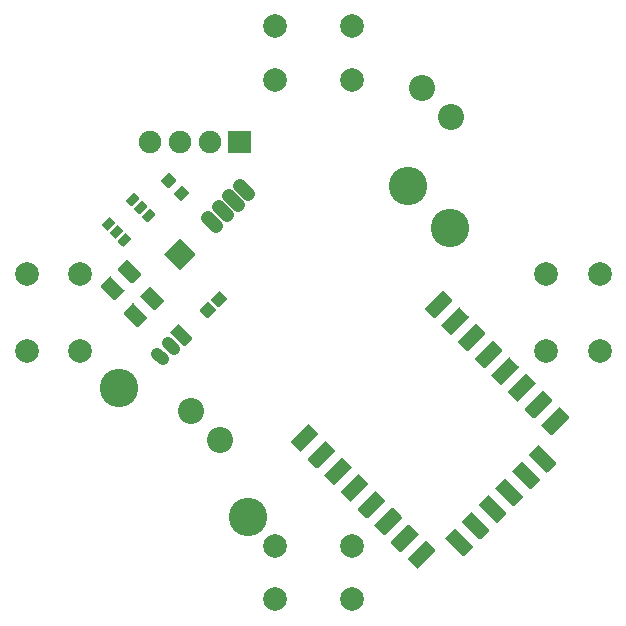
<source format=gts>
G04 Layer: TopSolderMaskLayer*
G04 EasyEDA v6.5.5, 2022-05-12 22:16:57*
G04 08c4366467794e2483e8b99e1b790a1a,62a2711f98894334b0c9608ef6a587eb,10*
G04 Gerber Generator version 0.2*
G04 Scale: 100 percent, Rotated: No, Reflected: No *
G04 Dimensions in millimeters *
G04 leading zeros omitted , absolute positions ,4 integer and 5 decimal *
%FSLAX45Y45*%
%MOMM*%

%ADD33C,1.1783*%
%ADD34C,1.0016*%
%ADD36C,2.0032*%
%ADD40C,1.9032*%
%ADD43C,3.2512*%
%ADD44C,3.2532*%
%ADD45C,2.2032*%

%LPD*%
D33*
X-819152Y737516D02*
G01*
X-888083Y806447D01*
X-729338Y827331D02*
G01*
X-798268Y896261D01*
X-639523Y917120D02*
G01*
X-708454Y986050D01*
X-549734Y1006934D02*
G01*
X-618665Y1075865D01*
D34*
X-1231249Y-254650D02*
G01*
X-1181750Y-304149D01*
X-1321038Y-344464D02*
G01*
X-1271539Y-393964D01*
G36*
X-1224457Y1055921D02*
G01*
X-1225981Y1056429D01*
X-1227251Y1057445D01*
X-1227328Y1057402D01*
X-1284223Y1114552D01*
X-1284279Y1114473D01*
X-1285295Y1115743D01*
X-1285803Y1117267D01*
X-1285803Y1118791D01*
X-1285295Y1120315D01*
X-1284279Y1121585D01*
X-1284223Y1121663D01*
X-1223263Y1182623D01*
X-1223185Y1182679D01*
X-1221915Y1183695D01*
X-1220391Y1184203D01*
X-1218867Y1184203D01*
X-1217343Y1183695D01*
X-1216073Y1182679D01*
X-1216152Y1182623D01*
X-1159002Y1125728D01*
X-1159045Y1125651D01*
X-1158029Y1124381D01*
X-1157521Y1122857D01*
X-1157521Y1121333D01*
X-1158029Y1119809D01*
X-1159002Y1118615D01*
X-1220215Y1057402D01*
X-1220139Y1057445D01*
X-1221409Y1056429D01*
X-1222933Y1055921D01*
G37*
G36*
X-1117932Y949396D02*
G01*
X-1119456Y949904D01*
X-1120726Y950920D01*
X-1120647Y950976D01*
X-1177797Y1007871D01*
X-1177754Y1007948D01*
X-1178770Y1009218D01*
X-1179278Y1010742D01*
X-1179278Y1012266D01*
X-1178770Y1013790D01*
X-1177754Y1015060D01*
X-1177797Y1014984D01*
X-1116584Y1076197D01*
X-1116660Y1076154D01*
X-1115390Y1077170D01*
X-1113866Y1077678D01*
X-1112342Y1077678D01*
X-1110818Y1077170D01*
X-1109548Y1076154D01*
X-1109471Y1076197D01*
X-1052576Y1019047D01*
X-1052520Y1019126D01*
X-1051504Y1017856D01*
X-1050996Y1016332D01*
X-1050996Y1014808D01*
X-1051504Y1013284D01*
X-1052520Y1012014D01*
X-1052576Y1011936D01*
X-1113536Y950976D01*
X-1113614Y950920D01*
X-1114884Y949904D01*
X-1116408Y949396D01*
G37*
D36*
G01*
X324993Y-2424988D03*
G01*
X-324993Y-2424988D03*
G01*
X324993Y-1975002D03*
G01*
X-324993Y-1975002D03*
G01*
X-2424988Y-324993D03*
G01*
X-2424988Y324993D03*
G01*
X-1975002Y-324993D03*
G01*
X-1975002Y324993D03*
G01*
X-324993Y2424988D03*
G01*
X324993Y2424988D03*
G01*
X-324993Y1975002D03*
G01*
X324993Y1975002D03*
G01*
X1975027Y-324993D03*
G01*
X1975027Y324993D03*
G01*
X2425014Y-324993D03*
G01*
X2425014Y324993D03*
G36*
X-1538663Y900452D02*
G01*
X-1541711Y901468D01*
X-1544251Y903500D01*
X-1544320Y903478D01*
X-1580387Y939545D01*
X-1580349Y939601D01*
X-1582381Y942141D01*
X-1583397Y945189D01*
X-1583397Y948237D01*
X-1582381Y951285D01*
X-1580349Y953825D01*
X-1580387Y954023D01*
X-1523745Y1010412D01*
X-1523776Y1010401D01*
X-1521236Y1012433D01*
X-1518188Y1013449D01*
X-1515140Y1013449D01*
X-1512092Y1012433D01*
X-1509552Y1010401D01*
X-1509521Y1010412D01*
X-1473454Y974344D01*
X-1473451Y974300D01*
X-1471419Y971760D01*
X-1470403Y968712D01*
X-1470403Y965664D01*
X-1471419Y962616D01*
X-1473451Y960076D01*
X-1473454Y960120D01*
X-1529842Y903478D01*
X-1530027Y903500D01*
X-1532567Y901468D01*
X-1535615Y900452D01*
G37*
G36*
X-1471485Y833277D02*
G01*
X-1474533Y834293D01*
X-1477073Y836325D01*
X-1477263Y836168D01*
X-1513331Y872236D01*
X-1513174Y872426D01*
X-1515206Y874966D01*
X-1516222Y878014D01*
X-1516222Y881062D01*
X-1515206Y884110D01*
X-1513174Y886650D01*
X-1513331Y886713D01*
X-1456689Y943355D01*
X-1456598Y943223D01*
X-1454058Y945255D01*
X-1451010Y946271D01*
X-1447962Y946271D01*
X-1444914Y945255D01*
X-1442374Y943223D01*
X-1442212Y943355D01*
X-1406144Y907287D01*
X-1406276Y907125D01*
X-1404244Y904585D01*
X-1403228Y901537D01*
X-1403228Y898489D01*
X-1404244Y895441D01*
X-1406276Y892901D01*
X-1406144Y892810D01*
X-1462786Y836168D01*
X-1462849Y836325D01*
X-1465389Y834293D01*
X-1468437Y833277D01*
G37*
G36*
X-1404310Y766102D02*
G01*
X-1407358Y767118D01*
X-1409898Y769150D01*
X-1409954Y769112D01*
X-1446021Y805179D01*
X-1445999Y805248D01*
X-1448031Y807788D01*
X-1449047Y810836D01*
X-1449047Y813884D01*
X-1448031Y816932D01*
X-1445999Y819472D01*
X-1446021Y819657D01*
X-1389379Y876045D01*
X-1389423Y876048D01*
X-1386883Y878080D01*
X-1383835Y879096D01*
X-1380787Y879096D01*
X-1377739Y878080D01*
X-1375199Y876048D01*
X-1375155Y876045D01*
X-1339087Y839978D01*
X-1339098Y839947D01*
X-1337066Y837407D01*
X-1336050Y834359D01*
X-1336050Y831311D01*
X-1337066Y828263D01*
X-1339087Y825754D01*
X-1395476Y769112D01*
X-1395674Y769150D01*
X-1398214Y767118D01*
X-1401262Y766102D01*
G37*
G36*
X-1743412Y695703D02*
G01*
X-1746460Y696719D01*
X-1749000Y698751D01*
X-1749044Y698754D01*
X-1785112Y734821D01*
X-1785101Y734852D01*
X-1787133Y737392D01*
X-1788149Y740440D01*
X-1788149Y743488D01*
X-1787133Y746536D01*
X-1785101Y749076D01*
X-1785112Y749045D01*
X-1728723Y805687D01*
X-1728525Y805649D01*
X-1725985Y807681D01*
X-1722937Y808697D01*
X-1719889Y808697D01*
X-1716841Y807681D01*
X-1714301Y805649D01*
X-1714245Y805687D01*
X-1678178Y769620D01*
X-1678200Y769551D01*
X-1676168Y767011D01*
X-1675152Y763963D01*
X-1675152Y760915D01*
X-1676168Y757867D01*
X-1678200Y755327D01*
X-1678178Y755142D01*
X-1734820Y698754D01*
X-1734776Y698751D01*
X-1737316Y696719D01*
X-1740364Y695703D01*
G37*
G36*
X-1676237Y628528D02*
G01*
X-1679285Y629544D01*
X-1681825Y631576D01*
X-1681987Y631444D01*
X-1718055Y667512D01*
X-1717923Y667674D01*
X-1719955Y670214D01*
X-1720971Y673262D01*
X-1720971Y676310D01*
X-1719955Y679358D01*
X-1717923Y681898D01*
X-1718055Y681989D01*
X-1661413Y738631D01*
X-1661350Y738474D01*
X-1658810Y740506D01*
X-1655762Y741522D01*
X-1652714Y741522D01*
X-1649666Y740506D01*
X-1647126Y738474D01*
X-1646936Y738631D01*
X-1610868Y702563D01*
X-1611025Y702373D01*
X-1608993Y699833D01*
X-1607977Y696785D01*
X-1607977Y693737D01*
X-1608993Y690689D01*
X-1611025Y688149D01*
X-1610868Y688086D01*
X-1667510Y631444D01*
X-1667601Y631576D01*
X-1670141Y629544D01*
X-1673189Y628528D01*
G37*
G36*
X-1609059Y561350D02*
G01*
X-1612107Y562366D01*
X-1614647Y564398D01*
X-1614678Y564387D01*
X-1650745Y600455D01*
X-1650748Y600499D01*
X-1652780Y603039D01*
X-1653796Y606087D01*
X-1653796Y609135D01*
X-1652780Y612183D01*
X-1650748Y614723D01*
X-1650745Y614679D01*
X-1594357Y671321D01*
X-1594172Y671299D01*
X-1591632Y673331D01*
X-1588584Y674347D01*
X-1585536Y674347D01*
X-1582488Y673331D01*
X-1579948Y671299D01*
X-1579879Y671321D01*
X-1543812Y635254D01*
X-1543850Y635198D01*
X-1541818Y632658D01*
X-1540802Y629610D01*
X-1540802Y626562D01*
X-1541818Y623514D01*
X-1543850Y620974D01*
X-1543812Y620776D01*
X-1600454Y564387D01*
X-1600423Y564398D01*
X-1602963Y562366D01*
X-1606011Y561350D01*
G37*
G36*
X-1678388Y108374D02*
G01*
X-1681436Y109390D01*
X-1683976Y111422D01*
X-1684020Y111252D01*
X-1793747Y220979D01*
X-1793577Y221023D01*
X-1795609Y223563D01*
X-1796625Y226611D01*
X-1796625Y229659D01*
X-1795609Y232707D01*
X-1793577Y235247D01*
X-1793747Y235204D01*
X-1722881Y306070D01*
X-1722869Y305958D01*
X-1720329Y307990D01*
X-1717281Y309006D01*
X-1714233Y309006D01*
X-1711185Y307990D01*
X-1708657Y305958D01*
X-1598929Y196342D01*
X-1599041Y196354D01*
X-1597009Y193814D01*
X-1595993Y190766D01*
X-1595993Y187718D01*
X-1597009Y184670D01*
X-1599041Y182130D01*
X-1598929Y182118D01*
X-1669795Y111252D01*
X-1669752Y111422D01*
X-1672292Y109390D01*
X-1675340Y108374D01*
G37*
G36*
X-1536966Y249793D02*
G01*
X-1540014Y250809D01*
X-1542554Y252841D01*
X-1652270Y362457D01*
X-1652158Y362445D01*
X-1654190Y364985D01*
X-1655206Y368033D01*
X-1655206Y371081D01*
X-1654190Y374129D01*
X-1652158Y376669D01*
X-1652270Y376681D01*
X-1581404Y447547D01*
X-1581447Y447377D01*
X-1578907Y449409D01*
X-1575859Y450425D01*
X-1572811Y450425D01*
X-1569763Y449409D01*
X-1567223Y447377D01*
X-1567179Y447547D01*
X-1457452Y337820D01*
X-1457622Y337776D01*
X-1455590Y335236D01*
X-1454574Y332188D01*
X-1454574Y329140D01*
X-1455590Y326092D01*
X-1457622Y323552D01*
X-1457452Y323595D01*
X-1528318Y252729D01*
X-1528330Y252841D01*
X-1530870Y250809D01*
X-1533918Y249793D01*
G37*
G36*
X-1487888Y-120225D02*
G01*
X-1490936Y-119209D01*
X-1493476Y-117177D01*
X-1493520Y-117347D01*
X-1603247Y-7620D01*
X-1603077Y-7576D01*
X-1605109Y-5036D01*
X-1606125Y-1988D01*
X-1606125Y1059D01*
X-1605109Y4107D01*
X-1603077Y6647D01*
X-1603247Y6604D01*
X-1532381Y77470D01*
X-1532369Y77358D01*
X-1529829Y79390D01*
X-1526781Y80406D01*
X-1523733Y80406D01*
X-1520685Y79390D01*
X-1518157Y77358D01*
X-1408429Y-32257D01*
X-1408541Y-32245D01*
X-1406509Y-34785D01*
X-1405493Y-37833D01*
X-1405493Y-40881D01*
X-1406509Y-43929D01*
X-1408541Y-46469D01*
X-1408429Y-46481D01*
X-1479295Y-117347D01*
X-1479252Y-117177D01*
X-1481792Y-119209D01*
X-1484840Y-120225D01*
G37*
G36*
X-1346466Y21193D02*
G01*
X-1349514Y22209D01*
X-1352054Y24241D01*
X-1461770Y133857D01*
X-1461658Y133845D01*
X-1463690Y136385D01*
X-1464706Y139433D01*
X-1464706Y142481D01*
X-1463690Y145529D01*
X-1461658Y148069D01*
X-1461770Y148081D01*
X-1390904Y218947D01*
X-1390947Y218777D01*
X-1388407Y220809D01*
X-1385359Y221825D01*
X-1382311Y221825D01*
X-1379263Y220809D01*
X-1376723Y218777D01*
X-1376679Y218947D01*
X-1266952Y109220D01*
X-1267122Y109176D01*
X-1265090Y106636D01*
X-1264074Y103588D01*
X-1264074Y100540D01*
X-1265090Y97492D01*
X-1267122Y94952D01*
X-1266952Y94995D01*
X-1337818Y24129D01*
X-1337830Y24241D01*
X-1340370Y22209D01*
X-1343418Y21193D01*
G37*
G36*
X-1131823Y364929D02*
G01*
X-1134871Y365945D01*
X-1137412Y367977D01*
X-1137412Y367792D01*
X-1257807Y488187D01*
X-1257622Y488187D01*
X-1259654Y490728D01*
X-1260670Y493776D01*
X-1260670Y496823D01*
X-1259654Y499871D01*
X-1257622Y502412D01*
X-1257807Y502412D01*
X-1137412Y622807D01*
X-1137412Y622622D01*
X-1134871Y624654D01*
X-1131823Y625670D01*
X-1128776Y625670D01*
X-1125728Y624654D01*
X-1123187Y622622D01*
X-1123187Y622807D01*
X-1002792Y502412D01*
X-1002977Y502412D01*
X-1000945Y499871D01*
X-999929Y496823D01*
X-999929Y493776D01*
X-1000945Y490728D01*
X-1002977Y488187D01*
X-1002792Y488187D01*
X-1123187Y367792D01*
X-1123187Y367977D01*
X-1125728Y365945D01*
X-1128776Y364929D01*
G37*
G36*
X-707389Y1352550D02*
G01*
X-707301Y1352638D01*
X-710349Y1353146D01*
X-713397Y1354670D01*
X-715429Y1356702D01*
X-716953Y1359750D01*
X-717461Y1362798D01*
X-717550Y1362710D01*
X-717550Y1532889D01*
X-717461Y1532801D01*
X-716953Y1535849D01*
X-715429Y1538897D01*
X-713397Y1540929D01*
X-710349Y1542453D01*
X-707301Y1542961D01*
X-707389Y1543050D01*
X-537210Y1543050D01*
X-537298Y1542961D01*
X-534250Y1542453D01*
X-531202Y1540929D01*
X-529170Y1538897D01*
X-527646Y1535849D01*
X-527138Y1532801D01*
X-527050Y1532889D01*
X-527050Y1362710D01*
X-527138Y1362798D01*
X-527646Y1359750D01*
X-529170Y1356702D01*
X-531202Y1354670D01*
X-534250Y1353146D01*
X-537298Y1352638D01*
X-537210Y1352550D01*
G37*
D40*
G01*
X-876300Y1447825D03*
G01*
X-1130300Y1447825D03*
G01*
X-1384325Y1447800D03*
G36*
X1446413Y-468149D02*
G01*
X1443365Y-467133D01*
X1440825Y-465101D01*
X1440687Y-465073D01*
X1370076Y-394462D01*
X1370114Y-394390D01*
X1368082Y-391850D01*
X1367066Y-388802D01*
X1367066Y-385754D01*
X1368082Y-382706D01*
X1370114Y-380166D01*
X1370076Y-379984D01*
X1511554Y-238760D01*
X1511533Y-238744D01*
X1514073Y-236712D01*
X1517121Y-235696D01*
X1520169Y-235696D01*
X1523217Y-236712D01*
X1525757Y-238744D01*
X1525778Y-238760D01*
X1596644Y-309371D01*
X1596468Y-309455D01*
X1598500Y-311995D01*
X1599516Y-315043D01*
X1599516Y-318091D01*
X1598500Y-321139D01*
X1596468Y-323679D01*
X1596644Y-323850D01*
X1455165Y-465073D01*
X1455049Y-465101D01*
X1452509Y-467133D01*
X1449461Y-468149D01*
G37*
G36*
X1305044Y-326674D02*
G01*
X1301996Y-325658D01*
X1299456Y-323626D01*
X1299463Y-323595D01*
X1228597Y-252984D01*
X1228745Y-252915D01*
X1226713Y-250375D01*
X1225697Y-247327D01*
X1225697Y-244279D01*
X1226713Y-241231D01*
X1228745Y-238691D01*
X1228597Y-238505D01*
X1370076Y-97281D01*
X1370167Y-97269D01*
X1372707Y-95237D01*
X1375755Y-94221D01*
X1378803Y-94221D01*
X1381851Y-95237D01*
X1384391Y-97269D01*
X1384554Y-97281D01*
X1455165Y-167894D01*
X1455102Y-167980D01*
X1457134Y-170520D01*
X1458150Y-173568D01*
X1458150Y-176616D01*
X1457134Y-179664D01*
X1455102Y-182204D01*
X1455165Y-182371D01*
X1313687Y-323595D01*
X1313680Y-323626D01*
X1311140Y-325658D01*
X1308092Y-326674D01*
G37*
G36*
X1976582Y-1352318D02*
G01*
X1973534Y-1351302D01*
X1970994Y-1349270D01*
X1971040Y-1349247D01*
X1829562Y-1208023D01*
X1829572Y-1207851D01*
X1827540Y-1205311D01*
X1826524Y-1202263D01*
X1826524Y-1199215D01*
X1827540Y-1196167D01*
X1829572Y-1193627D01*
X1829562Y-1193545D01*
X1900173Y-1122934D01*
X1900283Y-1122916D01*
X1902823Y-1120884D01*
X1905871Y-1119868D01*
X1908919Y-1119868D01*
X1911967Y-1120884D01*
X1914507Y-1122916D01*
X1914652Y-1122934D01*
X2055875Y-1264157D01*
X2055926Y-1264335D01*
X2057958Y-1266875D01*
X2058974Y-1269923D01*
X2058974Y-1272971D01*
X2057958Y-1276019D01*
X2055926Y-1278559D01*
X2055875Y-1278636D01*
X1985263Y-1349247D01*
X1985218Y-1349270D01*
X1982678Y-1351302D01*
X1979630Y-1352318D01*
G37*
G36*
X1835106Y-1493687D02*
G01*
X1832058Y-1492671D01*
X1829518Y-1490639D01*
X1829562Y-1490726D01*
X1688084Y-1349247D01*
X1688096Y-1349217D01*
X1686064Y-1346677D01*
X1685048Y-1343629D01*
X1685048Y-1340581D01*
X1686064Y-1337533D01*
X1688096Y-1334993D01*
X1688084Y-1335023D01*
X1758695Y-1264157D01*
X1758807Y-1264282D01*
X1761347Y-1262250D01*
X1764395Y-1261234D01*
X1767443Y-1261234D01*
X1770491Y-1262250D01*
X1773031Y-1264282D01*
X1773173Y-1264157D01*
X1914652Y-1405636D01*
X1914453Y-1405704D01*
X1916485Y-1408244D01*
X1917501Y-1411292D01*
X1917501Y-1414340D01*
X1916485Y-1417388D01*
X1914453Y-1419928D01*
X1914652Y-1420113D01*
X1843786Y-1490726D01*
X1843742Y-1490639D01*
X1841202Y-1492671D01*
X1838154Y-1493687D01*
G37*
G36*
X1693738Y-1635053D02*
G01*
X1690690Y-1634037D01*
X1688150Y-1632005D01*
X1688084Y-1632204D01*
X1546605Y-1490726D01*
X1546730Y-1490583D01*
X1544698Y-1488043D01*
X1543682Y-1484995D01*
X1543682Y-1481947D01*
X1544698Y-1478899D01*
X1546730Y-1476359D01*
X1546605Y-1476247D01*
X1617471Y-1405636D01*
X1617441Y-1405651D01*
X1619981Y-1403619D01*
X1623029Y-1402603D01*
X1626077Y-1402603D01*
X1629125Y-1403619D01*
X1631665Y-1405651D01*
X1631695Y-1405636D01*
X1773173Y-1547113D01*
X1773085Y-1547070D01*
X1775117Y-1549610D01*
X1776133Y-1552658D01*
X1776133Y-1555706D01*
X1775117Y-1558754D01*
X1773085Y-1561294D01*
X1773173Y-1561337D01*
X1702562Y-1632204D01*
X1702374Y-1632005D01*
X1699834Y-1634037D01*
X1696786Y-1635053D01*
G37*
G36*
X1552265Y-1776529D02*
G01*
X1549217Y-1775513D01*
X1546677Y-1773481D01*
X1546605Y-1773428D01*
X1405128Y-1632204D01*
X1405254Y-1632059D01*
X1403222Y-1629519D01*
X1402206Y-1626471D01*
X1402206Y-1623423D01*
X1403222Y-1620375D01*
X1405254Y-1617835D01*
X1405128Y-1617726D01*
X1475994Y-1547113D01*
X1475966Y-1547124D01*
X1478506Y-1545092D01*
X1481554Y-1544076D01*
X1484602Y-1544076D01*
X1487650Y-1545092D01*
X1490190Y-1547124D01*
X1490218Y-1547113D01*
X1631695Y-1688592D01*
X1631609Y-1688546D01*
X1633641Y-1691086D01*
X1634657Y-1694134D01*
X1634657Y-1697182D01*
X1633641Y-1700230D01*
X1631609Y-1702770D01*
X1631695Y-1702815D01*
X1561084Y-1773428D01*
X1560901Y-1773481D01*
X1558361Y-1775513D01*
X1555313Y-1776529D01*
G37*
G36*
X1410896Y-1917824D02*
G01*
X1407848Y-1916808D01*
X1405308Y-1914776D01*
X1405128Y-1914905D01*
X1263904Y-1773428D01*
X1263888Y-1773354D01*
X1261856Y-1770814D01*
X1260840Y-1767766D01*
X1260840Y-1764718D01*
X1261856Y-1761670D01*
X1263888Y-1759130D01*
X1263904Y-1758950D01*
X1334515Y-1688337D01*
X1334597Y-1688421D01*
X1337137Y-1686389D01*
X1340185Y-1685373D01*
X1343233Y-1685373D01*
X1346281Y-1686389D01*
X1348821Y-1688421D01*
X1348994Y-1688337D01*
X1490218Y-1829815D01*
X1490243Y-1829841D01*
X1492275Y-1832381D01*
X1493291Y-1835429D01*
X1493291Y-1838477D01*
X1492275Y-1841525D01*
X1490243Y-1844065D01*
X1490218Y-1844039D01*
X1419605Y-1914905D01*
X1419532Y-1914776D01*
X1416992Y-1916808D01*
X1413944Y-1917824D01*
G37*
G36*
X1269728Y-2059208D02*
G01*
X1266680Y-2058192D01*
X1264140Y-2056160D01*
X1264157Y-2056129D01*
X1122679Y-1914905D01*
X1122718Y-1914740D01*
X1120686Y-1912200D01*
X1119670Y-1909152D01*
X1119670Y-1906104D01*
X1120686Y-1903056D01*
X1122718Y-1900516D01*
X1122679Y-1900428D01*
X1193292Y-1829815D01*
X1193429Y-1829805D01*
X1195969Y-1827773D01*
X1199017Y-1826757D01*
X1202065Y-1826757D01*
X1205113Y-1827773D01*
X1207653Y-1829805D01*
X1207770Y-1829815D01*
X1349247Y-1971039D01*
X1349072Y-1971227D01*
X1351104Y-1973767D01*
X1352120Y-1976815D01*
X1352120Y-1979863D01*
X1351104Y-1982911D01*
X1349072Y-1985451D01*
X1349247Y-1985518D01*
X1278381Y-2056129D01*
X1278364Y-2056160D01*
X1275824Y-2058192D01*
X1272776Y-2059208D01*
G37*
G36*
X32092Y-1316781D02*
G01*
X29044Y-1315765D01*
X26504Y-1313733D01*
X26415Y-1313687D01*
X-44195Y-1243076D01*
X-44203Y-1243025D01*
X-46235Y-1240485D01*
X-47251Y-1237437D01*
X-47251Y-1234389D01*
X-46235Y-1231341D01*
X-44203Y-1228801D01*
X-44195Y-1228852D01*
X97028Y-1087373D01*
X97215Y-1087379D01*
X99755Y-1085347D01*
X102803Y-1084331D01*
X105851Y-1084331D01*
X108899Y-1085347D01*
X111439Y-1087379D01*
X111505Y-1087373D01*
X182118Y-1157986D01*
X182151Y-1158090D01*
X184183Y-1160630D01*
X185199Y-1163678D01*
X185199Y-1166726D01*
X184183Y-1169774D01*
X182151Y-1172314D01*
X182118Y-1172463D01*
X40894Y-1313687D01*
X40728Y-1313733D01*
X38188Y-1315765D01*
X35140Y-1316781D01*
G37*
G36*
X-109326Y-1175362D02*
G01*
X-112374Y-1174346D01*
X-114914Y-1172314D01*
X-115062Y-1172463D01*
X-185673Y-1101597D01*
X-185625Y-1101603D01*
X-187657Y-1099063D01*
X-188673Y-1096015D01*
X-188673Y-1092967D01*
X-187657Y-1089919D01*
X-185625Y-1087379D01*
X-185673Y-1087373D01*
X-44195Y-945895D01*
X-41663Y-943924D01*
X-38615Y-942908D01*
X-35567Y-942908D01*
X-32519Y-943924D01*
X-29979Y-945956D01*
X-29971Y-945895D01*
X40894Y-1016507D01*
X40728Y-1016668D01*
X42760Y-1019208D01*
X43776Y-1022256D01*
X43776Y-1025304D01*
X42760Y-1028352D01*
X40728Y-1030892D01*
X40894Y-1030986D01*
X-100584Y-1172463D01*
X-100690Y-1172314D01*
X-103230Y-1174346D01*
X-106278Y-1175362D01*
G37*
G36*
X173515Y-1458203D02*
G01*
X170467Y-1457187D01*
X167927Y-1455155D01*
X167894Y-1455165D01*
X97028Y-1384554D01*
X97215Y-1384444D01*
X95183Y-1381904D01*
X94167Y-1378856D01*
X94167Y-1375808D01*
X95183Y-1372760D01*
X97215Y-1370220D01*
X97028Y-1370076D01*
X238505Y-1228852D01*
X238638Y-1228801D01*
X241178Y-1226769D01*
X244226Y-1225753D01*
X247274Y-1225753D01*
X250322Y-1226769D01*
X252862Y-1228801D01*
X252984Y-1228852D01*
X323595Y-1299463D01*
X323570Y-1299509D01*
X325602Y-1302049D01*
X326618Y-1305097D01*
X326618Y-1308145D01*
X325602Y-1311193D01*
X323595Y-1313687D01*
X182118Y-1455165D01*
X182151Y-1455155D01*
X179611Y-1457187D01*
X176563Y-1458203D01*
G37*
G36*
X1022202Y-43832D02*
G01*
X1019154Y-42816D01*
X1016614Y-40784D01*
X1016507Y-40894D01*
X945895Y29971D01*
X943871Y32466D01*
X942855Y35514D01*
X942855Y38562D01*
X943871Y41610D01*
X945903Y44150D01*
X945895Y44195D01*
X1087325Y185572D01*
X1089865Y187604D01*
X1092913Y188620D01*
X1095961Y188620D01*
X1099009Y187604D01*
X1101549Y185572D01*
X1101597Y185673D01*
X1172210Y114807D01*
X1172260Y114861D01*
X1174292Y112321D01*
X1175308Y109273D01*
X1175308Y106225D01*
X1174292Y103177D01*
X1172260Y100637D01*
X1172210Y100584D01*
X1030986Y-40894D01*
X1030838Y-40784D01*
X1028298Y-42816D01*
X1025250Y-43832D01*
G37*
G36*
X1163607Y-185270D02*
G01*
X1160559Y-184254D01*
X1158019Y-182222D01*
X1157986Y-182371D01*
X1087120Y-111505D01*
X1087307Y-111511D01*
X1085275Y-108971D01*
X1084259Y-105923D01*
X1084259Y-102875D01*
X1085275Y-99827D01*
X1087307Y-97287D01*
X1087120Y-97281D01*
X1228597Y44195D01*
X1228727Y44132D01*
X1231267Y46164D01*
X1234315Y47180D01*
X1237363Y47180D01*
X1240411Y46164D01*
X1242951Y44132D01*
X1243076Y44195D01*
X1313687Y-26415D01*
X1313662Y-26578D01*
X1315694Y-29118D01*
X1316710Y-32166D01*
X1316710Y-35214D01*
X1315694Y-38262D01*
X1313662Y-40802D01*
X1313687Y-40894D01*
X1172210Y-182371D01*
X1172243Y-182222D01*
X1169703Y-184254D01*
X1166655Y-185270D01*
G37*
G36*
X1587886Y-609516D02*
G01*
X1584838Y-608500D01*
X1582298Y-606468D01*
X1582165Y-606552D01*
X1511554Y-535939D01*
X1511589Y-535757D01*
X1509557Y-533217D01*
X1508541Y-530169D01*
X1508541Y-527121D01*
X1509557Y-524073D01*
X1511589Y-521533D01*
X1511554Y-521462D01*
X1653009Y-380111D01*
X1655549Y-378079D01*
X1658597Y-377062D01*
X1661645Y-377062D01*
X1664693Y-378079D01*
X1667233Y-380111D01*
X1667255Y-379984D01*
X1738121Y-450850D01*
X1737944Y-450822D01*
X1739976Y-453362D01*
X1740992Y-456410D01*
X1740992Y-459458D01*
X1739976Y-462506D01*
X1737944Y-465046D01*
X1738121Y-465073D01*
X1596644Y-606552D01*
X1596522Y-606468D01*
X1593982Y-608500D01*
X1590934Y-609516D01*
G37*
G36*
X1729364Y-750884D02*
G01*
X1726316Y-749868D01*
X1723776Y-747836D01*
X1723644Y-748029D01*
X1653031Y-677163D01*
X1653065Y-677125D01*
X1651033Y-674585D01*
X1650017Y-671537D01*
X1650017Y-668489D01*
X1651033Y-665441D01*
X1653065Y-662901D01*
X1653031Y-662939D01*
X1794510Y-521462D01*
X1797027Y-519450D01*
X1800075Y-518434D01*
X1803123Y-518434D01*
X1806171Y-519450D01*
X1808711Y-521482D01*
X1808734Y-521462D01*
X1879600Y-592073D01*
X1879422Y-592190D01*
X1881454Y-594730D01*
X1882470Y-597778D01*
X1882470Y-600826D01*
X1881454Y-603874D01*
X1879422Y-606414D01*
X1879600Y-606552D01*
X1738121Y-748029D01*
X1738000Y-747836D01*
X1735460Y-749868D01*
X1732412Y-750884D01*
G37*
G36*
X1870694Y-892395D02*
G01*
X1867646Y-891379D01*
X1865106Y-889347D01*
X1865121Y-889507D01*
X1794255Y-818642D01*
X1794395Y-818636D01*
X1792363Y-816096D01*
X1791347Y-813048D01*
X1791347Y-810000D01*
X1792363Y-806952D01*
X1794395Y-804412D01*
X1794255Y-804418D01*
X1935734Y-662939D01*
X1935817Y-662993D01*
X1938357Y-660961D01*
X1941405Y-659945D01*
X1944453Y-659945D01*
X1947501Y-660961D01*
X1950041Y-662993D01*
X1950211Y-662939D01*
X2020824Y-733552D01*
X2020752Y-733701D01*
X2022784Y-736241D01*
X2023800Y-739289D01*
X2023800Y-742337D01*
X2022784Y-745385D01*
X2020752Y-747925D01*
X2020824Y-748029D01*
X1879345Y-889507D01*
X1879330Y-889347D01*
X1876790Y-891379D01*
X1873742Y-892395D01*
G37*
G36*
X2012007Y-1033924D02*
G01*
X2008959Y-1032908D01*
X2006419Y-1030876D01*
X2006345Y-1030986D01*
X1935734Y-960120D01*
X1935711Y-960165D01*
X1933679Y-957625D01*
X1932663Y-954577D01*
X1932663Y-951529D01*
X1933679Y-948481D01*
X1935711Y-945941D01*
X1935734Y-945895D01*
X2076958Y-804418D01*
X2077130Y-804522D01*
X2079670Y-802490D01*
X2082718Y-801474D01*
X2085766Y-801474D01*
X2088814Y-802490D01*
X2091354Y-804522D01*
X2091436Y-804418D01*
X2162047Y-875284D01*
X2162065Y-875230D01*
X2164097Y-877770D01*
X2165113Y-880818D01*
X2165113Y-883866D01*
X2164097Y-886914D01*
X2162065Y-889454D01*
X2162047Y-889507D01*
X2020824Y-1030986D01*
X2020643Y-1030876D01*
X2018103Y-1032908D01*
X2015055Y-1033924D01*
G37*
G36*
X880676Y-2165256D02*
G01*
X877628Y-2164240D01*
X875088Y-2162208D01*
X875029Y-2162302D01*
X804418Y-2091689D01*
X804377Y-2091499D01*
X802345Y-2088959D01*
X801329Y-2085911D01*
X801329Y-2082863D01*
X802345Y-2079815D01*
X804377Y-2077275D01*
X804418Y-2077212D01*
X945642Y-1935734D01*
X945799Y-1935853D01*
X948339Y-1933821D01*
X951387Y-1932805D01*
X954435Y-1932805D01*
X957483Y-1933821D01*
X960023Y-1935853D01*
X960120Y-1935734D01*
X1030731Y-2006600D01*
X1032763Y-2009104D01*
X1033779Y-2012152D01*
X1033779Y-2015200D01*
X1032763Y-2018248D01*
X1030731Y-2020788D01*
X1030731Y-2020823D01*
X889507Y-2162302D01*
X889312Y-2162208D01*
X886772Y-2164240D01*
X883724Y-2165256D01*
G37*
G36*
X739200Y-2023889D02*
G01*
X736152Y-2022873D01*
X733612Y-2020841D01*
X733552Y-2020823D01*
X662939Y-1950212D01*
X662901Y-1950130D01*
X660869Y-1947590D01*
X659853Y-1944542D01*
X659853Y-1941494D01*
X660869Y-1938446D01*
X662901Y-1935906D01*
X662939Y-1935734D01*
X804163Y-1794510D01*
X804324Y-1794487D01*
X806864Y-1792455D01*
X809912Y-1791439D01*
X812960Y-1791439D01*
X816008Y-1792455D01*
X818548Y-1794487D01*
X818642Y-1794510D01*
X889254Y-1865121D01*
X889259Y-1865198D01*
X891291Y-1867738D01*
X892307Y-1870786D01*
X892307Y-1873834D01*
X891291Y-1876882D01*
X889259Y-1879422D01*
X889254Y-1879600D01*
X748029Y-2020823D01*
X747836Y-2020841D01*
X745296Y-2022873D01*
X742248Y-2023889D01*
G37*
G36*
X597778Y-1882470D02*
G01*
X594730Y-1881454D01*
X592190Y-1879422D01*
X592073Y-1879600D01*
X521462Y-1808734D01*
X521482Y-1808711D01*
X519450Y-1806171D01*
X518434Y-1803123D01*
X518434Y-1800075D01*
X519450Y-1797027D01*
X521482Y-1794487D01*
X521462Y-1794510D01*
X662939Y-1653031D01*
X665441Y-1651033D01*
X668489Y-1650017D01*
X671537Y-1650017D01*
X674585Y-1651033D01*
X677125Y-1653065D01*
X677163Y-1653031D01*
X748029Y-1723644D01*
X747836Y-1723776D01*
X749868Y-1726316D01*
X750884Y-1729364D01*
X750884Y-1732412D01*
X749868Y-1735460D01*
X747836Y-1738000D01*
X748029Y-1738121D01*
X606552Y-1879600D01*
X606414Y-1879422D01*
X603874Y-1881454D01*
X600826Y-1882470D01*
G37*
G36*
X456356Y-1741045D02*
G01*
X453308Y-1740029D01*
X450768Y-1737997D01*
X450595Y-1738121D01*
X379984Y-1667255D01*
X380057Y-1667286D01*
X378025Y-1664746D01*
X377009Y-1661698D01*
X377009Y-1658650D01*
X378025Y-1655602D01*
X380057Y-1653062D01*
X379984Y-1653031D01*
X521462Y-1511554D01*
X521479Y-1511642D01*
X524019Y-1509610D01*
X527067Y-1508594D01*
X530115Y-1508594D01*
X533163Y-1509610D01*
X535686Y-1511554D01*
X606552Y-1582165D01*
X606414Y-1582353D01*
X608446Y-1584893D01*
X609462Y-1587941D01*
X609462Y-1590989D01*
X608446Y-1594037D01*
X606414Y-1596577D01*
X606552Y-1596644D01*
X465073Y-1738121D01*
X464992Y-1737997D01*
X462452Y-1740029D01*
X459404Y-1741045D01*
G37*
G36*
X314934Y-1599625D02*
G01*
X311886Y-1598609D01*
X309346Y-1596577D01*
X309371Y-1596644D01*
X238505Y-1526031D01*
X238638Y-1525866D01*
X236606Y-1523326D01*
X235590Y-1520278D01*
X235590Y-1517230D01*
X236606Y-1514182D01*
X238638Y-1511642D01*
X238505Y-1511554D01*
X379984Y-1370076D01*
X380057Y-1370220D01*
X382597Y-1368188D01*
X385645Y-1367172D01*
X388693Y-1367172D01*
X391741Y-1368188D01*
X394281Y-1370220D01*
X394462Y-1370076D01*
X465073Y-1440942D01*
X464992Y-1440931D01*
X467024Y-1443471D01*
X468040Y-1446519D01*
X468040Y-1449567D01*
X467024Y-1452615D01*
X464992Y-1455155D01*
X465073Y-1455165D01*
X323595Y-1596644D01*
X323570Y-1596577D01*
X321030Y-1598609D01*
X317982Y-1599625D01*
G37*
G36*
X-894026Y-44838D02*
G01*
X-897074Y-43822D01*
X-899614Y-41790D01*
X-899668Y-41910D01*
X-956310Y14731D01*
X-956190Y14785D01*
X-958222Y17325D01*
X-959238Y20373D01*
X-959238Y23421D01*
X-958222Y26469D01*
X-956190Y29009D01*
X-956310Y28955D01*
X-892609Y92590D01*
X-890069Y94622D01*
X-887021Y95638D01*
X-883973Y95638D01*
X-880925Y94622D01*
X-878385Y92590D01*
X-878331Y92710D01*
X-821689Y36068D01*
X-821809Y36014D01*
X-819777Y33474D01*
X-818761Y30426D01*
X-818761Y27378D01*
X-819777Y24330D01*
X-821809Y21790D01*
X-821689Y21844D01*
X-885390Y-41790D01*
X-887930Y-43822D01*
X-890978Y-44838D01*
G37*
G36*
X-802068Y47119D02*
G01*
X-805116Y48135D01*
X-807656Y50167D01*
X-807720Y50037D01*
X-864362Y106679D01*
X-864232Y106743D01*
X-866264Y109283D01*
X-867280Y112331D01*
X-867280Y115379D01*
X-866264Y118427D01*
X-864232Y120967D01*
X-864362Y121157D01*
X-800651Y184548D01*
X-798111Y186580D01*
X-795063Y187596D01*
X-792015Y187596D01*
X-788967Y186580D01*
X-786427Y184548D01*
X-786384Y184657D01*
X-729742Y128015D01*
X-729851Y127972D01*
X-727819Y125432D01*
X-726803Y122384D01*
X-726803Y119336D01*
X-727819Y116288D01*
X-729851Y113748D01*
X-729742Y113792D01*
X-793242Y50037D01*
X-793432Y50167D01*
X-795972Y48135D01*
X-799020Y47119D01*
G37*
D43*
G01*
X-1640662Y-637489D03*
G01*
X-551713Y-1726437D03*
G01*
X806094Y1073607D03*
D44*
G01*
X1159560Y720140D03*
D45*
G01*
X-790676Y-1076223D03*
G01*
X-1038148Y-828751D03*
G01*
X917676Y1901723D03*
G01*
X1165148Y1654251D03*
G36*
X-1092710Y-283067D02*
G01*
X-1094234Y-282559D01*
X-1095504Y-281543D01*
X-1095502Y-281686D01*
X-1208786Y-168402D01*
X-1208643Y-168404D01*
X-1209659Y-167134D01*
X-1210167Y-165610D01*
X-1210167Y-164086D01*
X-1209659Y-162562D01*
X-1208643Y-161292D01*
X-1208786Y-161289D01*
X-1145031Y-97536D01*
X-1145001Y-97652D01*
X-1143731Y-96636D01*
X-1142207Y-96128D01*
X-1140683Y-96128D01*
X-1139159Y-96636D01*
X-1137920Y-97652D01*
X-1024636Y-210820D01*
X-1024752Y-210789D01*
X-1023736Y-212059D01*
X-1023228Y-213583D01*
X-1023228Y-215107D01*
X-1023736Y-216631D01*
X-1024752Y-217901D01*
X-1024636Y-217931D01*
X-1088389Y-281686D01*
X-1088392Y-281543D01*
X-1089662Y-282559D01*
X-1091186Y-283067D01*
G37*
M02*

</source>
